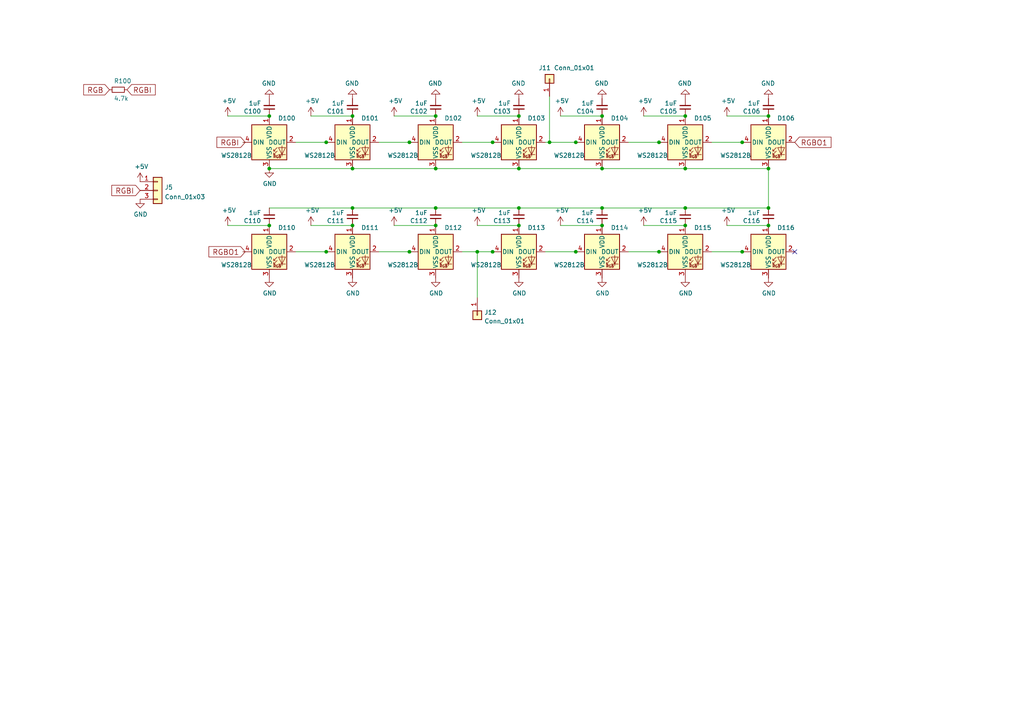
<source format=kicad_sch>
(kicad_sch (version 20211123) (generator eeschema)
  (paper "A4")
  (title_block (title "MNT Reform 2 Keyboard - ergo remix") (date "2022-2-22") (rev "1-ergo") (company "Copyright 2017-2020 MNT Research GmbH and milestogo") (comment 1 "https://mntre.com") (comment 2 "Original Engineer: Lukas F. Hartmann") (comment 3 "License: CERN-OHL-S 2.0") (comment 4 "remix at https://github.com/milestogo/reform"))
  (lib_symbols
    (symbol "Connector_Generic:Conn_01x01" (pin_names (offset 1.016) hide)
      (property "Reference" "J" (at 0 2.54 0))
      (property "Value" "Conn_01x01" (at 0 -2.54 0))
      (symbol "Conn_01x01_1_1"
        (rectangle (start -1.27 0.127) (end 0 -0.127) (stroke (width 0.1524)))
        (rectangle (start -1.27 1.27) (end 1.27 -1.27) (stroke (width 0.254)) (fill (type background)))
        (pin passive line (at -5.08 0 0) (length 3.81) (name "Pin_1") (number "1"))
      )
    )
    (symbol "Connector_Generic:Conn_01x03" (pin_names (offset 1.016) hide)
      (property "Reference" "J" (at 0 5.08 0))
      (property "Value" "Conn_01x03" (at 0 -5.08 0))
      (symbol "Conn_01x03_1_1"
        (rectangle (start -1.27 -2.413) (end 0 -2.667) (stroke (width 0.1524)))
        (rectangle (start -1.27 0.127) (end 0 -0.127) (stroke (width 0.1524)))
        (rectangle (start -1.27 2.667) (end 0 2.413) (stroke (width 0.1524)))
        (rectangle (start -1.27 3.81) (end 1.27 -3.81) (stroke (width 0.254)) (fill (type background)))
        (pin passive line (at -5.08 2.54 0) (length 3.81) (name "Pin_1") (number "1"))
        (pin passive line (at -5.08 0 0) (length 3.81) (name "Pin_2") (number "2"))
        (pin passive line (at -5.08 -2.54 0) (length 3.81) (name "Pin_3") (number "3"))
      )
    )
    (symbol "LED:WS2812B" (pin_names (offset 0.254))
      (property "Reference" "D" (at 5.08 5.715 0))
      (property "Value" "WS2812B" (at 1.27 -5.715 0))
      (symbol "WS2812B_0_0"
        (text "RGB" (at 2.286 -4.191 0) (effects (font (size 0.762 0.762))))
      )
      (symbol "WS2812B_0_1"
        (polyline (pts (xy 1.27 -3.556) (xy 1.778 -3.556)))
        (polyline (pts (xy 1.27 -2.54) (xy 1.778 -2.54)))
        (polyline (pts (xy 4.699 -3.556) (xy 2.667 -3.556)))
        (polyline (pts (xy 2.286 -2.54) (xy 1.27 -3.556) (xy 1.27 -3.048)))
        (polyline (pts (xy 2.286 -1.524) (xy 1.27 -2.54) (xy 1.27 -2.032)))
        (polyline (pts (xy 3.683 -1.016) (xy 3.683 -3.556) (xy 3.683 -4.064)))
        (polyline (pts (xy 4.699 -1.524) (xy 2.667 -1.524) (xy 3.683 -3.556) (xy 4.699 -1.524)))
        (rectangle (start 5.08 5.08) (end -5.08 -5.08) (stroke (width 0.254)) (fill (type background)))
      )
      (symbol "WS2812B_1_1"
        (pin power_in line (at 0 7.62 270) (length 2.54) (name "VDD") (number "1"))
        (pin output line (at 7.62 0 180) (length 2.54) (name "DOUT") (number "2"))
        (pin power_in line (at 0 -7.62 90) (length 2.54) (name "VSS") (number "3"))
        (pin input line (at -7.62 0 0) (length 2.54) (name "DIN") (number "4"))
      )
    )
    (symbol "power:+5V" (power) (pin_names (offset 0))
      (property "Value" "+5V" (at 0 3.556 0))
      (symbol "+5V_0_1"
        (polyline (pts (xy -0.762 1.27) (xy 0 2.54)))
        (polyline (pts (xy 0 0) (xy 0 2.54)))
        (polyline (pts (xy 0 2.54) (xy 0.762 1.27)))
      )
      (symbol "+5V_1_1"
        (pin power_in line (at 0 0 90) (length 0) hide (name "+5V") (number "1"))
      )
    )
    (symbol "power:GND" (power) (pin_names (offset 0))
      (property "Value" "GND" (at 0 -3.81 0))
      (symbol "GND_0_1"
        (polyline (pts (xy 0 0) (xy 0 -1.27) (xy 1.27 -1.27) (xy 0 -2.54) (xy -1.27 -1.27) (xy 0 -1.27)))
      )
      (symbol "GND_1_1"
        (pin power_in line (at 0 0 270) (length 0) hide (name "GND") (number "1"))
      )
    )
    (symbol "reform2-keyboard-rescue:C_Small-Device" (pin_numbers hide) (pin_names (offset 0.254) hide)
      (property "Reference" "C" (at 0.254 1.778 0))
      (property "Value" "C_Small-Device" (at 0.254 -2.032 0))
      (symbol "C_Small-Device_0_1"
        (polyline (pts (xy -1.524 -0.508) (xy 1.524 -0.508)) (stroke (width 0.3302)))
        (polyline (pts (xy -1.524 0.508) (xy 1.524 0.508)) (stroke (width 0.3048)))
      )
      (symbol "C_Small-Device_1_1"
        (pin passive line (at 0 2.54 270) (length 2.032) (name "~") (number "1"))
        (pin passive line (at 0 -2.54 90) (length 2.032) (name "~") (number "2"))
      )
    )
    (symbol "reform2-keyboard-rescue:R_Small-Device" (pin_numbers hide) (pin_names (offset 0.254) hide)
      (property "Reference" "R" (at 0.762 0.508 0))
      (property "Value" "R_Small-Device" (at 0.762 -1.016 0))
      (symbol "R_Small-Device_0_1"
        (rectangle (start -0.762 1.778) (end 0.762 -1.778) (stroke (width 0.2032)))
      )
      (symbol "R_Small-Device_1_1"
        (pin passive line (at 0 2.54 270) (length 0.762) (name "~") (number "1"))
        (pin passive line (at 0 -2.54 90) (length 0.762) (name "~") (number "2"))
      )
    )
  )
  (junction (at 126.365 48.895))
  (junction (at 118.745 41.275))
  (junction (at 191.135 41.275))
  (junction (at 78.105 33.655))
  (junction (at 174.625 48.895))
  (junction (at 150.495 33.655))
  (junction (at 142.875 41.275))
  (junction (at 198.755 65.405))
  (junction (at 126.365 33.655))
  (junction (at 102.235 60.325))
  (junction (at 78.105 65.405))
  (junction (at 222.885 60.325))
  (junction (at 102.235 65.405))
  (junction (at 118.745 73.025))
  (junction (at 102.235 48.895))
  (junction (at 222.885 48.895))
  (junction (at 198.755 48.895))
  (junction (at 126.365 65.405))
  (junction (at 222.885 33.655))
  (junction (at 222.885 65.405))
  (junction (at 167.005 73.025))
  (junction (at 150.495 65.405))
  (junction (at 126.365 60.325))
  (junction (at 78.105 48.895))
  (junction (at 198.755 60.325))
  (junction (at 138.43 73.025))
  (junction (at 150.495 60.325))
  (junction (at 94.615 73.025))
  (junction (at 159.385 41.275))
  (junction (at 150.495 48.895))
  (junction (at 191.135 73.025))
  (junction (at 215.265 41.275))
  (junction (at 174.625 33.655))
  (junction (at 94.615 41.275))
  (junction (at 102.235 33.655))
  (junction (at 174.625 60.325))
  (junction (at 142.875 73.025))
  (junction (at 174.625 65.405))
  (junction (at 215.265 73.025))
  (junction (at 167.005 41.275))
  (junction (at 198.755 33.655))
  (no_connect (at 230.505 73.025))
  (wire (pts (xy 198.755 60.325) (xy 222.885 60.325)))
  (wire (pts (xy 78.105 60.325) (xy 102.235 60.325)))
  (wire (pts (xy 85.725 73.025) (xy 94.615 73.025)))
  (wire (pts (xy 150.495 48.895) (xy 174.625 48.895)))
  (wire (pts (xy 174.625 60.325) (xy 198.755 60.325)))
  (wire (pts (xy 126.365 60.325) (xy 150.495 60.325)))
  (wire (pts (xy 133.985 41.275) (xy 142.875 41.275)))
  (wire (pts (xy 198.755 48.895) (xy 222.885 48.895)))
  (wire (pts (xy 206.375 73.025) (xy 215.265 73.025)))
  (wire (pts (xy 191.135 73.025) (xy 191.77 73.025)))
  (wire (pts (xy 126.365 48.895) (xy 150.495 48.895)))
  (wire (pts (xy 158.115 41.275) (xy 159.385 41.275)))
  (wire (pts (xy 158.115 73.025) (xy 167.005 73.025)))
  (wire (pts (xy 66.04 65.405) (xy 78.105 65.405)))
  (wire (pts (xy 167.005 73.025) (xy 167.64 73.025)))
  (wire (pts (xy 70.485 73.025) (xy 71.12 73.025)))
  (wire (pts (xy 90.17 33.655) (xy 102.235 33.655)))
  (wire (pts (xy 215.265 41.275) (xy 215.9 41.275)))
  (wire (pts (xy 138.43 65.405) (xy 150.495 65.405)))
  (wire (pts (xy 167.005 41.275) (xy 167.64 41.275)))
  (wire (pts (xy 66.04 33.655) (xy 78.105 33.655)))
  (wire (pts (xy 118.745 73.025) (xy 119.38 73.025)))
  (wire (pts (xy 114.3 33.655) (xy 126.365 33.655)))
  (wire (pts (xy 102.235 60.325) (xy 126.365 60.325)))
  (wire (pts (xy 210.82 65.405) (xy 222.885 65.405)))
  (wire (pts (xy 162.56 65.405) (xy 174.625 65.405)))
  (wire (pts (xy 210.82 33.655) (xy 222.885 33.655)))
  (wire (pts (xy 182.245 41.275) (xy 191.135 41.275)))
  (wire (pts (xy 85.725 41.275) (xy 94.615 41.275)))
  (wire (pts (xy 159.385 41.275) (xy 167.005 41.275)))
  (wire (pts (xy 102.235 48.895) (xy 78.105 48.895)))
  (wire (pts (xy 182.245 73.025) (xy 191.135 73.025)))
  (wire (pts (xy 94.615 41.275) (xy 95.25 41.275)))
  (wire (pts (xy 90.17 65.405) (xy 102.235 65.405)))
  (wire (pts (xy 133.985 73.025) (xy 138.43 73.025)))
  (wire (pts (xy 109.855 73.025) (xy 118.745 73.025)))
  (wire (pts (xy 94.615 73.025) (xy 95.25 73.025)))
  (wire (pts (xy 186.69 65.405) (xy 198.755 65.405)))
  (wire (pts (xy 174.625 48.895) (xy 198.755 48.895)))
  (wire (pts (xy 109.855 41.275) (xy 118.745 41.275)))
  (wire (pts (xy 138.43 73.025) (xy 142.875 73.025)))
  (wire (pts (xy 206.375 41.275) (xy 215.265 41.275)))
  (wire (pts (xy 191.135 41.275) (xy 191.77 41.275)))
  (wire (pts (xy 114.3 65.405) (xy 126.365 65.405)))
  (wire (pts (xy 150.495 60.325) (xy 174.625 60.325)))
  (wire (pts (xy 138.43 33.655) (xy 150.495 33.655)))
  (wire (pts (xy 102.235 48.895) (xy 126.365 48.895)))
  (wire (pts (xy 138.43 86.36) (xy 138.43 73.025)))
  (wire (pts (xy 162.56 33.655) (xy 174.625 33.655)))
  (wire (pts (xy 215.265 73.025) (xy 215.9 73.025)))
  (wire (pts (xy 186.69 33.655) (xy 198.755 33.655)))
  (wire (pts (xy 159.385 27.94) (xy 159.385 41.275)))
  (wire (pts (xy 118.745 41.275) (xy 119.38 41.275)))
  (wire (pts (xy 222.885 60.325) (xy 222.885 48.895)))
  (wire (pts (xy 142.875 73.025) (xy 143.51 73.025)))
  (wire (pts (xy 142.875 41.275) (xy 143.51 41.275)))
  (wire (pts (xy 78.105 48.26) (xy 78.105 48.895)))
  (wire (pts (xy 70.485 41.275) (xy 71.12 41.275)))
  (global_label "RGBI" (shape input) (at 40.64 55.245 180) (effects (font (size 1.524 1.524))) (property "Intersheet References" "${INTERSHEET_REFS}" (effects hide)))
  (global_label "RGBI" (shape input) (at 36.83 26.035 0) (effects (font (size 1.524 1.524))) (property "Intersheet References" "${INTERSHEET_REFS}" (effects hide)))
  (global_label "RGBO1" (shape input) (at 230.505 41.275 0) (effects (font (size 1.524 1.524))) (property "Intersheet References" "${INTERSHEET_REFS}" (effects hide)))
  (global_label "RGBI" (shape input) (at 71.12 41.275 180) (effects (font (size 1.524 1.524))) (property "Intersheet References" "${INTERSHEET_REFS}" (effects hide)))
  (global_label "RGB" (shape input) (at 31.75 26.035 180) (effects (font (size 1.524 1.524))) (property "Intersheet References" "${INTERSHEET_REFS}" (effects hide)))
  (global_label "RGBO1" (shape input) (at 71.12 73.025 180) (effects (font (size 1.524 1.524))) (property "Intersheet References" "${INTERSHEET_REFS}" (effects hide)))
  (symbol (lib_id "power:+5V") (at 66.04 33.655 0) (unit 1)
    (property "Reference" "#PWR020" (effects hide))
    (property "Value" "+5V" (at 66.421 29.2608 0))
  )
  (symbol (lib_id "reform2-keyboard-rescue:C_Small-Device") (at 78.105 31.115 180) (unit 1)
    (property "Reference" "C100" (at 75.7682 32.2834 0) (effects (justify left)))
    (property "Value" "1uF" (at 75.7682 29.972 0) (effects (justify left)))
    (property "Footprint" "Capacitor_SMD:C_0805_2012Metric_Pad1.18x1.45mm_HandSolder" (effects hide))
    (property "Manufacturer" "Taiyo Yuden" (effects hide))
    (property "Manufacturer_No" "JMK107BB7475KA-T" (effects hide))
  )
  (symbol (lib_id "power:GND") (at 78.105 28.575 180) (unit 1)
    (property "Reference" "#PWR021" (effects hide))
    (property "Value" "GND" (at 77.978 24.1808 0))
  )
  (symbol (lib_id "power:GND") (at 222.885 28.575 180) (unit 1)
    (property "Reference" "#PWR0129" (effects hide))
    (property "Value" "GND" (at 222.758 24.1808 0))
  )
  (symbol (lib_id "power:+5V") (at 138.43 65.405 0) (unit 1)
    (property "Reference" "#PWR0116" (effects hide))
    (property "Value" "+5V" (at 138.811 61.0108 0))
  )
  (symbol (lib_id "reform2-keyboard-rescue:R_Small-Device") (at 34.29 26.035 270) (unit 1)
    (property "Reference" "R100" (at 33.02 23.495 90) (effects (justify left)))
    (property "Value" "4.7k" (at 33.02 28.575 90) (effects (justify left)))
    (property "Footprint" "Resistor_SMD:R_0805_2012Metric_Pad1.20x1.40mm_HandSolder" (effects hide))
    (property "Manufacturer" "Vishay Dale" (effects hide))
    (property "Manufacturer_No" "CRCW06030000Z0EAC" (effects hide))
  )
  (symbol (lib_id "power:GND") (at 198.755 80.645 0) (unit 1)
    (property "Reference" "#PWR0106" (effects hide))
    (property "Value" "GND" (at 198.882 85.0392 0))
  )
  (symbol (lib_id "reform2-keyboard-rescue:C_Small-Device") (at 150.495 62.865 180) (unit 1)
    (property "Reference" "C113" (at 148.1582 64.0334 0) (effects (justify left)))
    (property "Value" "1uF" (at 148.1582 61.722 0) (effects (justify left)))
    (property "Footprint" "Capacitor_SMD:C_0805_2012Metric_Pad1.18x1.45mm_HandSolder" (effects hide))
    (property "Manufacturer" "Taiyo Yuden" (effects hide))
    (property "Manufacturer_No" "JMK107BB7475KA-T" (effects hide))
  )
  (symbol (lib_id "reform2-keyboard-rescue:C_Small-Device") (at 222.885 31.115 180) (unit 1)
    (property "Reference" "C106" (at 220.5482 32.2834 0) (effects (justify left)))
    (property "Value" "1uF" (at 220.5482 29.972 0) (effects (justify left)))
    (property "Footprint" "Capacitor_SMD:C_0805_2012Metric_Pad1.18x1.45mm_HandSolder" (effects hide))
    (property "Manufacturer" "Taiyo Yuden" (effects hide))
    (property "Manufacturer_No" "JMK107BB7475KA-T" (effects hide))
  )
  (symbol (lib_id "power:+5V") (at 114.3 65.405 0) (unit 1)
    (property "Reference" "#PWR0118" (effects hide))
    (property "Value" "+5V" (at 114.681 61.0108 0))
  )
  (symbol (lib_id "power:+5V") (at 210.82 33.655 0) (unit 1)
    (property "Reference" "#PWR0128" (effects hide))
    (property "Value" "+5V" (at 211.201 29.2608 0))
  )
  (symbol (lib_id "Connector_Generic:Conn_01x01") (at 159.385 22.86 90) (unit 1)
    (property "Reference" "J11" (at 156.21 19.685 90) (effects (justify right)))
    (property "Value" "Conn_01x01" (at 160.655 19.685 90) (effects (justify right)))
    (property "Footprint" "Connector_PinHeader_2.00mm:PinHeader_1x01_P2.00mm_Vertical" (effects hide))
  )
  (symbol (lib_id "power:GND") (at 102.235 80.645 0) (unit 1)
    (property "Reference" "#PWR0144" (effects hide))
    (property "Value" "GND" (at 102.362 85.0392 0))
  )
  (symbol (lib_id "LED:WS2812B") (at 174.625 41.275 0) (unit 1)
    (property "Reference" "D104" (at 179.705 34.29 0))
    (property "Value" "WS2812B" (at 165.1 45.085 0))
    (property "Footprint" "keebio:SK6812-MINI-E" (effects hide))
    (property "Datasheet" "https://cdn-shop.adafruit.com/datasheets/WS2812B.pdf" (effects hide))
  )
  (symbol (lib_id "power:+5V") (at 186.69 65.405 0) (unit 1)
    (property "Reference" "#PWR0134" (effects hide))
    (property "Value" "+5V" (at 187.071 61.0108 0))
  )
  (symbol (lib_id "power:GND") (at 222.885 80.645 0) (unit 1)
    (property "Reference" "#PWR0110" (effects hide))
    (property "Value" "GND" (at 223.012 85.0392 0))
  )
  (symbol (lib_id "power:+5V") (at 66.04 65.405 0) (unit 1)
    (property "Reference" "#PWR0142" (effects hide))
    (property "Value" "+5V" (at 66.421 61.0108 0))
  )
  (symbol (lib_id "power:+5V") (at 90.17 65.405 0) (unit 1)
    (property "Reference" "#PWR0139" (effects hide))
    (property "Value" "+5V" (at 90.551 61.0108 0))
  )
  (symbol (lib_id "LED:WS2812B") (at 126.365 41.275 0) (unit 1)
    (property "Reference" "D102" (at 131.445 34.29 0))
    (property "Value" "WS2812B" (at 116.84 45.085 0))
    (property "Footprint" "keebio:SK6812-MINI-E" (effects hide))
    (property "Datasheet" "https://cdn-shop.adafruit.com/datasheets/WS2812B.pdf" (effects hide))
  )
  (symbol (lib_id "reform2-keyboard-rescue:C_Small-Device") (at 174.625 62.865 180) (unit 1)
    (property "Reference" "C114" (at 172.2882 64.0334 0) (effects (justify left)))
    (property "Value" "1uF" (at 172.2882 61.722 0) (effects (justify left)))
    (property "Footprint" "Capacitor_SMD:C_0805_2012Metric_Pad1.18x1.45mm_HandSolder" (effects hide))
    (property "Manufacturer" "Taiyo Yuden" (effects hide))
    (property "Manufacturer_No" "JMK107BB7475KA-T" (effects hide))
  )
  (symbol (lib_id "power:+5V") (at 90.17 33.655 0) (unit 1)
    (property "Reference" "#PWR0146" (effects hide))
    (property "Value" "+5V" (at 90.551 29.2608 0))
  )
  (symbol (lib_id "power:GND") (at 102.235 28.575 180) (unit 1)
    (property "Reference" "#PWR0145" (effects hide))
    (property "Value" "GND" (at 102.108 24.1808 0))
  )
  (symbol (lib_id "power:+5V") (at 162.56 65.405 0) (unit 1)
    (property "Reference" "#PWR0109" (effects hide))
    (property "Value" "+5V" (at 162.941 61.0108 0))
  )
  (symbol (lib_id "reform2-keyboard-rescue:C_Small-Device") (at 102.235 31.115 180) (unit 1)
    (property "Reference" "C101" (at 99.8982 32.2834 0) (effects (justify left)))
    (property "Value" "1uF" (at 99.8982 29.972 0) (effects (justify left)))
    (property "Footprint" "Capacitor_SMD:C_0805_2012Metric_Pad1.18x1.45mm_HandSolder" (effects hide))
    (property "Manufacturer" "Taiyo Yuden" (effects hide))
    (property "Manufacturer_No" "JMK107BB7475KA-T" (effects hide))
  )
  (symbol (lib_id "power:GND") (at 150.495 28.575 180) (unit 1)
    (property "Reference" "#PWR0123" (effects hide))
    (property "Value" "GND" (at 150.368 24.1808 0))
  )
  (symbol (lib_id "LED:WS2812B") (at 78.105 41.275 0) (unit 1)
    (property "Reference" "D100" (at 83.185 34.29 0))
    (property "Value" "WS2812B" (at 68.58 45.085 0))
    (property "Footprint" "keebio:SK6812-MINI-E" (effects hide))
    (property "Datasheet" "https://cdn-shop.adafruit.com/datasheets/WS2812B.pdf" (effects hide))
  )
  (symbol (lib_id "reform2-keyboard-rescue:C_Small-Device") (at 198.755 62.865 180) (unit 1)
    (property "Reference" "C115" (at 196.4182 64.0334 0) (effects (justify left)))
    (property "Value" "1uF" (at 196.4182 61.722 0) (effects (justify left)))
    (property "Footprint" "Capacitor_SMD:C_0805_2012Metric_Pad1.18x1.45mm_HandSolder" (effects hide))
    (property "Manufacturer" "Taiyo Yuden" (effects hide))
    (property "Manufacturer_No" "JMK107BB7475KA-T" (effects hide))
  )
  (symbol (lib_id "power:+5V") (at 40.64 52.705 0) (unit 1)
    (property "Reference" "#PWR0135" (effects hide))
    (property "Value" "+5V" (at 41.021 48.3108 0))
  )
  (symbol (lib_id "LED:WS2812B") (at 150.495 41.275 0) (unit 1)
    (property "Reference" "D103" (at 155.575 34.29 0))
    (property "Value" "WS2812B" (at 140.97 45.085 0))
    (property "Footprint" "keebio:SK6812-MINI-E" (effects hide))
    (property "Datasheet" "https://cdn-shop.adafruit.com/datasheets/WS2812B.pdf" (effects hide))
  )
  (symbol (lib_id "LED:WS2812B") (at 150.495 73.025 0) (unit 1)
    (property "Reference" "D113" (at 155.575 66.04 0))
    (property "Value" "WS2812B" (at 140.97 76.835 0))
    (property "Footprint" "keebio:SK6812-MINI-E" (effects hide))
    (property "Datasheet" "https://cdn-shop.adafruit.com/datasheets/WS2812B.pdf" (effects hide))
  )
  (symbol (lib_id "reform2-keyboard-rescue:C_Small-Device") (at 78.105 62.865 180) (unit 1)
    (property "Reference" "C110" (at 75.7682 64.0334 0) (effects (justify left)))
    (property "Value" "1uF" (at 75.7682 61.722 0) (effects (justify left)))
    (property "Footprint" "Capacitor_SMD:C_0805_2012Metric_Pad1.18x1.45mm_HandSolder" (effects hide))
    (property "Manufacturer" "Taiyo Yuden" (effects hide))
    (property "Manufacturer_No" "JMK107BB7475KA-T" (effects hide))
  )
  (symbol (lib_id "power:GND") (at 174.625 80.645 0) (unit 1)
    (property "Reference" "#PWR0107" (effects hide))
    (property "Value" "GND" (at 174.752 85.0392 0))
  )
  (symbol (lib_id "power:+5V") (at 114.3 33.655 0) (unit 1)
    (property "Reference" "#PWR0114" (effects hide))
    (property "Value" "+5V" (at 114.681 29.2608 0))
  )
  (symbol (lib_id "power:GND") (at 174.625 28.575 180) (unit 1)
    (property "Reference" "#PWR0125" (effects hide))
    (property "Value" "GND" (at 174.498 24.1808 0))
  )
  (symbol (lib_id "LED:WS2812B") (at 222.885 73.025 0) (unit 1)
    (property "Reference" "D116" (at 227.965 66.04 0))
    (property "Value" "WS2812B" (at 213.36 76.835 0))
    (property "Footprint" "keebio:SK6812-MINI-E" (effects hide))
    (property "Datasheet" "https://cdn-shop.adafruit.com/datasheets/WS2812B.pdf" (effects hide))
  )
  (symbol (lib_id "LED:WS2812B") (at 198.755 41.275 0) (unit 1)
    (property "Reference" "D105" (at 203.835 34.29 0))
    (property "Value" "WS2812B" (at 189.23 45.085 0))
    (property "Footprint" "keebio:SK6812-MINI-E" (effects hide))
    (property "Datasheet" "https://cdn-shop.adafruit.com/datasheets/WS2812B.pdf" (effects hide))
  )
  (symbol (lib_id "reform2-keyboard-rescue:C_Small-Device") (at 174.625 31.115 180) (unit 1)
    (property "Reference" "C104" (at 172.2882 32.2834 0) (effects (justify left)))
    (property "Value" "1uF" (at 172.2882 29.972 0) (effects (justify left)))
    (property "Footprint" "Capacitor_SMD:C_0805_2012Metric_Pad1.18x1.45mm_HandSolder" (effects hide))
    (property "Manufacturer" "Taiyo Yuden" (effects hide))
    (property "Manufacturer_No" "JMK107BB7475KA-T" (effects hide))
  )
  (symbol (lib_id "LED:WS2812B") (at 198.755 73.025 0) (unit 1)
    (property "Reference" "D115" (at 203.835 66.04 0))
    (property "Value" "WS2812B" (at 189.23 76.835 0))
    (property "Footprint" "keebio:SK6812-MINI-E" (effects hide))
    (property "Datasheet" "https://cdn-shop.adafruit.com/datasheets/WS2812B.pdf" (effects hide))
  )
  (symbol (lib_id "LED:WS2812B") (at 126.365 73.025 0) (unit 1)
    (property "Reference" "D112" (at 131.445 66.04 0))
    (property "Value" "WS2812B" (at 116.84 76.835 0))
    (property "Footprint" "keebio:SK6812-MINI-E" (effects hide))
    (property "Datasheet" "https://cdn-shop.adafruit.com/datasheets/WS2812B.pdf" (effects hide))
  )
  (symbol (lib_id "LED:WS2812B") (at 222.885 41.275 0) (unit 1)
    (property "Reference" "D106" (at 227.965 34.29 0))
    (property "Value" "WS2812B" (at 213.36 45.085 0))
    (property "Footprint" "keebio:SK6812-MINI-E" (effects hide))
    (property "Datasheet" "https://cdn-shop.adafruit.com/datasheets/WS2812B.pdf" (effects hide))
  )
  (symbol (lib_id "reform2-keyboard-rescue:C_Small-Device") (at 222.885 62.865 180) (unit 1)
    (property "Reference" "C116" (at 220.5482 64.0334 0) (effects (justify left)))
    (property "Value" "1uF" (at 220.5482 61.722 0) (effects (justify left)))
    (property "Footprint" "Capacitor_SMD:C_0805_2012Metric_Pad1.18x1.45mm_HandSolder" (effects hide))
    (property "Manufacturer" "Taiyo Yuden" (effects hide))
    (property "Manufacturer_No" "JMK107BB7475KA-T" (effects hide))
  )
  (symbol (lib_id "power:GND") (at 126.365 80.645 0) (unit 1)
    (property "Reference" "#PWR0115" (effects hide))
    (property "Value" "GND" (at 126.492 85.0392 0))
  )
  (symbol (lib_id "power:+5V") (at 186.69 33.655 0) (unit 1)
    (property "Reference" "#PWR0130" (effects hide))
    (property "Value" "+5V" (at 187.071 29.2608 0))
  )
  (symbol (lib_id "reform2-keyboard-rescue:C_Small-Device") (at 150.495 31.115 180) (unit 1)
    (property "Reference" "C103" (at 148.1582 32.2834 0) (effects (justify left)))
    (property "Value" "1uF" (at 148.1582 29.972 0) (effects (justify left)))
    (property "Footprint" "Capacitor_SMD:C_0805_2012Metric_Pad1.18x1.45mm_HandSolder" (effects hide))
    (property "Manufacturer" "Taiyo Yuden" (effects hide))
    (property "Manufacturer_No" "JMK107BB7475KA-T" (effects hide))
  )
  (symbol (lib_id "LED:WS2812B") (at 102.235 41.275 0) (unit 1)
    (property "Reference" "D101" (at 107.315 34.29 0))
    (property "Value" "WS2812B" (at 92.71 45.085 0))
    (property "Footprint" "keebio:SK6812-MINI-E" (effects hide))
    (property "Datasheet" "https://cdn-shop.adafruit.com/datasheets/WS2812B.pdf" (effects hide))
  )
  (symbol (lib_id "power:+5V") (at 210.82 65.405 0) (unit 1)
    (property "Reference" "#PWR0108" (effects hide))
    (property "Value" "+5V" (at 211.201 61.0108 0))
  )
  (symbol (lib_id "reform2-keyboard-rescue:C_Small-Device") (at 198.755 31.115 180) (unit 1)
    (property "Reference" "C105" (at 196.4182 32.2834 0) (effects (justify left)))
    (property "Value" "1uF" (at 196.4182 29.972 0) (effects (justify left)))
    (property "Footprint" "Capacitor_SMD:C_0805_2012Metric_Pad1.18x1.45mm_HandSolder" (effects hide))
    (property "Manufacturer" "Taiyo Yuden" (effects hide))
    (property "Manufacturer_No" "JMK107BB7475KA-T" (effects hide))
  )
  (symbol (lib_id "power:+5V") (at 162.56 33.655 0) (unit 1)
    (property "Reference" "#PWR0127" (effects hide))
    (property "Value" "+5V" (at 162.941 29.2608 0))
  )
  (symbol (lib_id "LED:WS2812B") (at 174.625 73.025 0) (unit 1)
    (property "Reference" "D114" (at 179.705 66.04 0))
    (property "Value" "WS2812B" (at 165.1 76.835 0))
    (property "Footprint" "keebio:SK6812-MINI-E" (effects hide))
    (property "Datasheet" "https://cdn-shop.adafruit.com/datasheets/WS2812B.pdf" (effects hide))
  )
  (symbol (lib_id "reform2-keyboard-rescue:C_Small-Device") (at 126.365 31.115 180) (unit 1)
    (property "Reference" "C102" (at 124.0282 32.2834 0) (effects (justify left)))
    (property "Value" "1uF" (at 124.0282 29.972 0) (effects (justify left)))
    (property "Footprint" "Capacitor_SMD:C_0805_2012Metric_Pad1.18x1.45mm_HandSolder" (effects hide))
    (property "Manufacturer" "Taiyo Yuden" (effects hide))
    (property "Manufacturer_No" "JMK107BB7475KA-T" (effects hide))
  )
  (symbol (lib_id "power:GND") (at 198.755 28.575 180) (unit 1)
    (property "Reference" "#PWR0131" (effects hide))
    (property "Value" "GND" (at 198.628 24.1808 0))
  )
  (symbol (lib_id "LED:WS2812B") (at 78.105 73.025 0) (unit 1)
    (property "Reference" "D110" (at 83.185 66.04 0))
    (property "Value" "WS2812B" (at 68.58 76.835 0))
    (property "Footprint" "keebio:SK6812-MINI-E" (effects hide))
    (property "Datasheet" "https://cdn-shop.adafruit.com/datasheets/WS2812B.pdf" (effects hide))
  )
  (symbol (lib_id "power:GND") (at 150.495 80.645 0) (unit 1)
    (property "Reference" "#PWR0122" (effects hide))
    (property "Value" "GND" (at 150.622 85.0392 0))
  )
  (symbol (lib_id "Connector_Generic:Conn_01x01") (at 138.43 91.44 270) (unit 1)
    (property "Reference" "J12" (at 140.462 90.6053 90) (effects (justify left)))
    (property "Value" "Conn_01x01" (at 140.462 93.1422 90) (effects (justify left)))
    (property "Footprint" "Connector_PinHeader_2.00mm:PinHeader_1x01_P2.00mm_Vertical" (effects hide))
  )
  (symbol (lib_id "power:GND") (at 78.105 80.645 0) (unit 1)
    (property "Reference" "#PWR0147" (effects hide))
    (property "Value" "GND" (at 78.232 85.0392 0))
  )
  (symbol (lib_id "power:GND") (at 126.365 28.575 180) (unit 1)
    (property "Reference" "#PWR0113" (effects hide))
    (property "Value" "GND" (at 126.238 24.1808 0))
  )
  (symbol (lib_id "reform2-keyboard-rescue:C_Small-Device") (at 102.235 62.865 180) (unit 1)
    (property "Reference" "C111" (at 99.8982 64.0334 0) (effects (justify left)))
    (property "Value" "1uF" (at 99.8982 61.722 0) (effects (justify left)))
    (property "Footprint" "Capacitor_SMD:C_0805_2012Metric_Pad1.18x1.45mm_HandSolder" (effects hide))
    (property "Manufacturer" "Taiyo Yuden" (effects hide))
    (property "Manufacturer_No" "JMK107BB7475KA-T" (effects hide))
  )
  (symbol (lib_id "power:GND") (at 40.64 57.785 0) (unit 1)
    (property "Reference" "#PWR0136" (effects hide))
    (property "Value" "GND" (at 40.767 62.1792 0))
  )
  (symbol (lib_id "power:GND") (at 78.105 48.895 0) (unit 1)
    (property "Reference" "#PWR0141" (effects hide))
    (property "Value" "GND" (at 78.232 53.2892 0))
  )
  (symbol (lib_id "LED:WS2812B") (at 102.235 73.025 0) (unit 1)
    (property "Reference" "D111" (at 107.315 66.04 0))
    (property "Value" "WS2812B" (at 92.71 76.835 0))
    (property "Footprint" "keebio:SK6812-MINI-E" (effects hide))
    (property "Datasheet" "https://cdn-shop.adafruit.com/datasheets/WS2812B.pdf" (effects hide))
  )
  (symbol (lib_id "power:+5V") (at 138.43 33.655 0) (unit 1)
    (property "Reference" "#PWR0124" (effects hide))
    (property "Value" "+5V" (at 138.811 29.2608 0))
  )
  (symbol (lib_id "reform2-keyboard-rescue:C_Small-Device") (at 126.365 62.865 180) (unit 1)
    (property "Reference" "C112" (at 124.0282 64.0334 0) (effects (justify left)))
    (property "Value" "1uF" (at 124.0282 61.722 0) (effects (justify left)))
    (property "Footprint" "Capacitor_SMD:C_0805_2012Metric_Pad1.18x1.45mm_HandSolder" (effects hide))
    (property "Manufacturer" "Taiyo Yuden" (effects hide))
    (property "Manufacturer_No" "JMK107BB7475KA-T" (effects hide))
  )
  (symbol (lib_id "Connector_Generic:Conn_01x03") (at 45.72 55.245 0) (unit 1)
    (property "Reference" "J5" (at 47.752 54.3365 0) (effects (justify left)))
    (property "Value" "Conn_01x03" (at 47.752 57.1116 0) (effects (justify left)))
    (property "Footprint" "Connector_PinHeader_2.54mm:PinHeader_1x03_P2.54mm_Vertical" (effects hide))
  )
)
</source>
